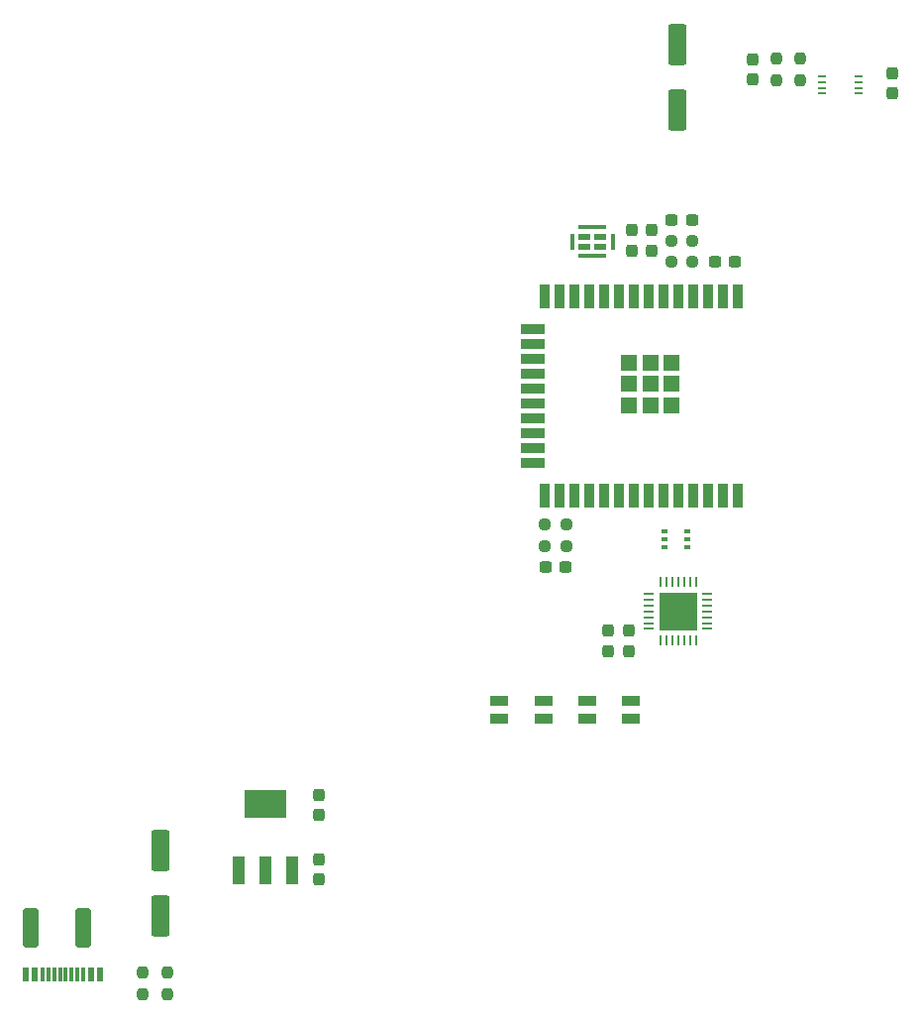
<source format=gbr>
%TF.GenerationSoftware,KiCad,Pcbnew,(6.0.4-0)*%
%TF.CreationDate,2022-06-27T19:58:50+02:00*%
%TF.ProjectId,GlowTube,476c6f77-5475-4626-952e-6b696361645f,rev?*%
%TF.SameCoordinates,Original*%
%TF.FileFunction,Paste,Top*%
%TF.FilePolarity,Positive*%
%FSLAX46Y46*%
G04 Gerber Fmt 4.6, Leading zero omitted, Abs format (unit mm)*
G04 Created by KiCad (PCBNEW (6.0.4-0)) date 2022-06-27 19:58:50*
%MOMM*%
%LPD*%
G01*
G04 APERTURE LIST*
G04 Aperture macros list*
%AMRoundRect*
0 Rectangle with rounded corners*
0 $1 Rounding radius*
0 $2 $3 $4 $5 $6 $7 $8 $9 X,Y pos of 4 corners*
0 Add a 4 corners polygon primitive as box body*
4,1,4,$2,$3,$4,$5,$6,$7,$8,$9,$2,$3,0*
0 Add four circle primitives for the rounded corners*
1,1,$1+$1,$2,$3*
1,1,$1+$1,$4,$5*
1,1,$1+$1,$6,$7*
1,1,$1+$1,$8,$9*
0 Add four rect primitives between the rounded corners*
20,1,$1+$1,$2,$3,$4,$5,0*
20,1,$1+$1,$4,$5,$6,$7,0*
20,1,$1+$1,$6,$7,$8,$9,0*
20,1,$1+$1,$8,$9,$2,$3,0*%
G04 Aperture macros list end*
%ADD10RoundRect,0.237500X-0.237500X0.250000X-0.237500X-0.250000X0.237500X-0.250000X0.237500X0.250000X0*%
%ADD11R,0.900000X0.280010*%
%ADD12R,0.280010X0.900000*%
%ADD13R,3.300000X3.300000*%
%ADD14RoundRect,0.237500X-0.300000X-0.237500X0.300000X-0.237500X0.300000X0.237500X-0.300000X0.237500X0*%
%ADD15O,0.750013X0.250013*%
%ADD16RoundRect,0.237500X-0.237500X0.300000X-0.237500X-0.300000X0.237500X-0.300000X0.237500X0.300000X0*%
%ADD17RoundRect,0.237500X0.250000X0.237500X-0.250000X0.237500X-0.250000X-0.237500X0.250000X-0.237500X0*%
%ADD18R,0.600000X0.419990*%
%ADD19RoundRect,0.237500X-0.250000X-0.237500X0.250000X-0.237500X0.250000X0.237500X-0.250000X0.237500X0*%
%ADD20RoundRect,0.250000X-0.550000X1.500000X-0.550000X-1.500000X0.550000X-1.500000X0.550000X1.500000X0*%
%ADD21RoundRect,0.237500X0.237500X-0.300000X0.237500X0.300000X-0.237500X0.300000X-0.237500X-0.300000X0*%
%ADD22R,0.900000X2.000000*%
%ADD23R,2.000000X0.900000*%
%ADD24R,1.330000X1.330000*%
%ADD25RoundRect,0.250000X-0.400000X-1.450000X0.400000X-1.450000X0.400000X1.450000X-0.400000X1.450000X0*%
%ADD26R,1.050013X0.550013*%
%ADD27R,0.450013X1.400000*%
%ADD28R,2.400000X0.450013*%
%ADD29R,0.300000X1.300000*%
%ADD30R,0.600000X1.300000*%
%ADD31R,0.980010X2.470003*%
%ADD32R,3.600000X2.470003*%
%ADD33RoundRect,0.237500X0.300000X0.237500X-0.300000X0.237500X-0.300000X-0.237500X0.300000X-0.237500X0*%
%ADD34R,1.500000X0.900000*%
%ADD35RoundRect,0.237500X0.237500X-0.250000X0.237500X0.250000X-0.237500X0.250000X-0.237500X-0.250000X0*%
%ADD36RoundRect,0.250000X0.550000X-1.500000X0.550000X1.500000X-0.550000X1.500000X-0.550000X-1.500000X0*%
G04 APERTURE END LIST*
D10*
%TO.C,R2*%
X100890000Y-168337500D03*
X100890000Y-170162500D03*
%TD*%
D11*
%TO.C,U3*%
X142034396Y-135988177D03*
X142034396Y-136488558D03*
X142034396Y-136988939D03*
X142034396Y-137489320D03*
X142034396Y-137989701D03*
X142034396Y-138490082D03*
X142034396Y-138990463D03*
D12*
X143033126Y-139989447D03*
X143533507Y-139989447D03*
X144033888Y-139989447D03*
X144534269Y-139989447D03*
X145034650Y-139989447D03*
X145535031Y-139989447D03*
X146035412Y-139989447D03*
D11*
X147034396Y-138990463D03*
X147034396Y-138490082D03*
X147034396Y-137989701D03*
X147034396Y-137489320D03*
X147034396Y-136988939D03*
X147034396Y-136488558D03*
X147034396Y-135988177D03*
D12*
X146035412Y-134989447D03*
X145535031Y-134989447D03*
X145034650Y-134989447D03*
X144534269Y-134989447D03*
X144033888Y-134989447D03*
X143533507Y-134989447D03*
X143033126Y-134989447D03*
D13*
X144534269Y-137489320D03*
%TD*%
D14*
%TO.C,C11*%
X134937350Y-133742100D03*
X133212350Y-133742100D03*
%TD*%
D15*
%TO.C,U1*%
X156830089Y-91768039D03*
X156830089Y-92268166D03*
X156830089Y-92768039D03*
X156830089Y-93268166D03*
X159929911Y-93268166D03*
X159929911Y-92768039D03*
X159929911Y-92268166D03*
X159929911Y-91768039D03*
%TD*%
D16*
%TO.C,C6*%
X138570858Y-139147500D03*
X138570858Y-140872500D03*
%TD*%
D17*
%TO.C,R4*%
X145757350Y-105842100D03*
X143932350Y-105842100D03*
%TD*%
D14*
%TO.C,C10*%
X145707350Y-104032100D03*
X143982350Y-104032100D03*
%TD*%
D18*
%TO.C,U5*%
X145289962Y-131989987D03*
X145289962Y-131340000D03*
X145289962Y-130690013D03*
X143390038Y-130690013D03*
X143390038Y-131340000D03*
X143390038Y-131989987D03*
%TD*%
D19*
%TO.C,R7*%
X133162350Y-130102100D03*
X134987350Y-130102100D03*
%TD*%
D20*
%TO.C,C4*%
X144430000Y-89070000D03*
X144430000Y-94670000D03*
%TD*%
D21*
%TO.C,C5*%
X140340858Y-140872500D03*
X140340858Y-139147500D03*
%TD*%
D22*
%TO.C,U2*%
X149653300Y-110575100D03*
X148383300Y-110575100D03*
X147113300Y-110575100D03*
X145843300Y-110575100D03*
X144573300Y-110575100D03*
X143303300Y-110575100D03*
X142033300Y-110575100D03*
X140763300Y-110575100D03*
X139493300Y-110575100D03*
X138223300Y-110575100D03*
X136953300Y-110575100D03*
X135683300Y-110575100D03*
X134413300Y-110575100D03*
X133143300Y-110575100D03*
D23*
X132143300Y-113360100D03*
X132143300Y-114630100D03*
X132143300Y-115900100D03*
X132143300Y-117170100D03*
X132143300Y-118440100D03*
X132143300Y-119710100D03*
X132143300Y-120980100D03*
X132143300Y-122250100D03*
X132143300Y-123520100D03*
X132143300Y-124790100D03*
D22*
X133143300Y-127575100D03*
X134413300Y-127575100D03*
X135683300Y-127575100D03*
X136953300Y-127575100D03*
X138223300Y-127575100D03*
X139493300Y-127575100D03*
X140763300Y-127575100D03*
X142033300Y-127575100D03*
X143303300Y-127575100D03*
X144573300Y-127575100D03*
X145843300Y-127575100D03*
X147113300Y-127575100D03*
X148383300Y-127575100D03*
X149653300Y-127575100D03*
D24*
X142153300Y-119910100D03*
X140318300Y-118075100D03*
X143988300Y-118075100D03*
X142153300Y-116240100D03*
X140318300Y-116240100D03*
X143988300Y-119910100D03*
X142153300Y-118075100D03*
X143988300Y-116240100D03*
X140318300Y-119910100D03*
%TD*%
D21*
%TO.C,C9*%
X140580000Y-106672500D03*
X140580000Y-104947500D03*
%TD*%
D10*
%TO.C,R3*%
X98710000Y-168337500D03*
X98710000Y-170162500D03*
%TD*%
D25*
%TO.C,F1*%
X89205000Y-164480000D03*
X93655000Y-164480000D03*
%TD*%
D19*
%TO.C,R6*%
X143932350Y-107662100D03*
X145757350Y-107662100D03*
%TD*%
D26*
%TO.C,U6*%
X137875083Y-105475545D03*
X136524816Y-105475545D03*
X136524816Y-106325431D03*
X137875083Y-106325431D03*
D27*
X138924867Y-105900488D03*
D28*
X137199949Y-104675443D03*
D27*
X135475032Y-105900488D03*
D28*
X137199949Y-107125532D03*
%TD*%
D29*
%TO.C,USB1*%
X90179936Y-168529964D03*
X91179936Y-168529964D03*
X92680064Y-168529964D03*
X93680064Y-168529964D03*
D30*
X94330051Y-168529964D03*
X95129898Y-168529964D03*
D29*
X93179936Y-168529964D03*
X92179936Y-168529964D03*
X91680064Y-168529964D03*
X90680064Y-168529964D03*
D30*
X89529949Y-168529964D03*
X88730102Y-168529964D03*
%TD*%
D31*
%TO.C,U4*%
X106970025Y-159604900D03*
X109270000Y-159604900D03*
X111569975Y-159604900D03*
D32*
X109270000Y-153935100D03*
%TD*%
D16*
%TO.C,C7*%
X113830000Y-158657500D03*
X113830000Y-160382500D03*
%TD*%
D17*
%TO.C,R5*%
X134987350Y-131922100D03*
X133162350Y-131922100D03*
%TD*%
D33*
%TO.C,C1*%
X149417350Y-107662100D03*
X147692350Y-107662100D03*
%TD*%
D16*
%TO.C,C14*%
X162870000Y-91527500D03*
X162870000Y-93252500D03*
%TD*%
D34*
%TO.C,SW1*%
X136730076Y-145149936D03*
X140529924Y-145149936D03*
X140529924Y-146650064D03*
X136730076Y-146650064D03*
%TD*%
%TO.C,SW2*%
X133049924Y-145149936D03*
X129250076Y-145149936D03*
X133049924Y-146650064D03*
X129250076Y-146650064D03*
%TD*%
D35*
%TO.C,R1*%
X154940000Y-92092500D03*
X154940000Y-90267500D03*
%TD*%
D21*
%TO.C,C8*%
X113830000Y-154882500D03*
X113830000Y-153157500D03*
%TD*%
D16*
%TO.C,C2*%
X150890000Y-90317500D03*
X150890000Y-92042500D03*
%TD*%
D35*
%TO.C,R8*%
X152915000Y-92092500D03*
X152915000Y-90267500D03*
%TD*%
D36*
%TO.C,C3*%
X100260000Y-163500000D03*
X100260000Y-157900000D03*
%TD*%
D21*
%TO.C,C13*%
X142270000Y-106672500D03*
X142270000Y-104947500D03*
%TD*%
M02*

</source>
